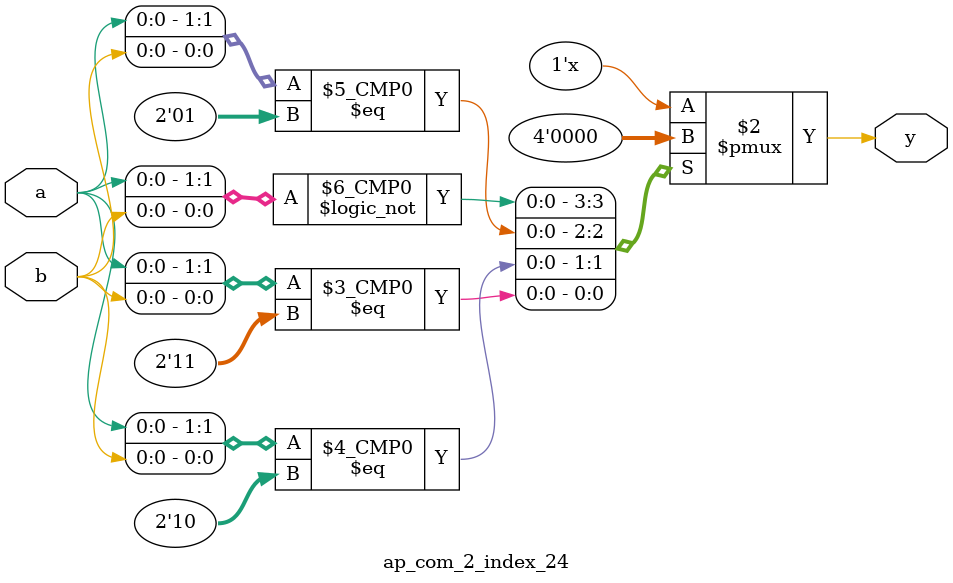
<source format=v>
module ap_com_4_index_0(
	input wire a,
	input wire b,
	input wire c,
	input wire d,
	output reg y
);

always @(*) begin
	case({a, b, c, d})
		4'b0000: y = 0;
		4'b0001: y = 0;
		4'b0010: y = 1;
		4'b0011: y = 0;
		4'b0100: y = 1;
		4'b0101: y = 1;
		4'b0110: y = 0;
		4'b0111: y = 1;
		4'b1000: y = 1;
		4'b1001: y = 1;
		4'b1010: y = 0;
		4'b1011: y = 1;
		4'b1100: y = 1;
		4'b1101: y = 1;
		4'b1110: y = 0;
		4'b1111: y = 1;
		default:;
	endcase
end

endmodule


module ap_com_4_index_1(
	input wire a,
	input wire b,
	input wire c,
	input wire d,
	output reg y
);

always @(*) begin
	case({a, b, c, d})
		4'b0000: y = 0;
		4'b0001: y = 1;
		4'b0010: y = 0;
		4'b0011: y = 1;
		4'b0100: y = 0;
		4'b0101: y = 1;
		4'b0110: y = 0;
		4'b0111: y = 0;
		4'b1000: y = 0;
		4'b1001: y = 1;
		4'b1010: y = 0;
		4'b1011: y = 1;
		4'b1100: y = 0;
		4'b1101: y = 1;
		4'b1110: y = 0;
		4'b1111: y = 1;
		default:;
	endcase
end

endmodule


module ap_com_2_index_2(
	input wire a,
	input wire b,
	output reg y
);

always @(*) begin
	case({a, b})
		2'b00: y = 1;
		2'b01: y = 1;
		2'b10: y = 1;
		2'b11: y = 1;
		default:;
	endcase
end

endmodule


module ap_com_3_index_3(
	input wire a,
	input wire b,
	input wire c,
	output reg y
);

always @(*) begin
	case({a, b, c})
		3'b000: y = 1;
		3'b001: y = 1;
		3'b010: y = 1;
		3'b011: y = 0;
		3'b100: y = 1;
		3'b101: y = 1;
		3'b110: y = 1;
		3'b111: y = 0;
		default:;
	endcase
end

endmodule


module ap_com_4_index_4(
	input wire a,
	input wire b,
	input wire c,
	input wire d,
	output reg y
);

always @(*) begin
	case({a, b, c, d})
		4'b0000: y = 1;
		4'b0001: y = 1;
		4'b0010: y = 1;
		4'b0011: y = 0;
		4'b0100: y = 0;
		4'b0101: y = 0;
		4'b0110: y = 1;
		4'b0111: y = 1;
		4'b1000: y = 1;
		4'b1001: y = 1;
		4'b1010: y = 1;
		4'b1011: y = 1;
		4'b1100: y = 0;
		4'b1101: y = 1;
		4'b1110: y = 0;
		4'b1111: y = 1;
		default:;
	endcase
end

endmodule


module ap_com_4_index_5(
	input wire a,
	input wire b,
	input wire c,
	input wire d,
	output reg y
);

always @(*) begin
	case({a, b, c, d})
		4'b0000: y = 1;
		4'b0001: y = 1;
		4'b0010: y = 1;
		4'b0011: y = 1;
		4'b0100: y = 1;
		4'b0101: y = 1;
		4'b0110: y = 1;
		4'b0111: y = 1;
		4'b1000: y = 0;
		4'b1001: y = 1;
		4'b1010: y = 1;
		4'b1011: y = 1;
		4'b1100: y = 0;
		4'b1101: y = 0;
		4'b1110: y = 0;
		4'b1111: y = 0;
		default:;
	endcase
end

endmodule


module ap_com_2_index_6(
	input wire a,
	input wire b,
	output reg y
);

always @(*) begin
	case({a, b})
		2'b00: y = 0;
		2'b01: y = 0;
		2'b10: y = 1;
		2'b11: y = 0;
		default:;
	endcase
end

endmodule


module ap_com_4_index_7(
	input wire a,
	input wire b,
	input wire c,
	input wire d,
	output reg y
);

always @(*) begin
	case({a, b, c, d})
		4'b0000: y = 1;
		4'b0001: y = 1;
		4'b0010: y = 1;
		4'b0011: y = 0;
		4'b0100: y = 1;
		4'b0101: y = 1;
		4'b0110: y = 0;
		4'b0111: y = 0;
		4'b1000: y = 0;
		4'b1001: y = 0;
		4'b1010: y = 0;
		4'b1011: y = 0;
		4'b1100: y = 0;
		4'b1101: y = 0;
		4'b1110: y = 0;
		4'b1111: y = 0;
		default:;
	endcase
end

endmodule


module ap_com_4_index_8(
	input wire a,
	input wire b,
	input wire c,
	input wire d,
	output reg y
);

always @(*) begin
	case({a, b, c, d})
		4'b0000: y = 0;
		4'b0001: y = 1;
		4'b0010: y = 1;
		4'b0011: y = 1;
		4'b0100: y = 0;
		4'b0101: y = 1;
		4'b0110: y = 0;
		4'b0111: y = 1;
		4'b1000: y = 0;
		4'b1001: y = 1;
		4'b1010: y = 0;
		4'b1011: y = 1;
		4'b1100: y = 0;
		4'b1101: y = 1;
		4'b1110: y = 0;
		4'b1111: y = 1;
		default:;
	endcase
end

endmodule


module ap_com_4_index_9(
	input wire a,
	input wire b,
	input wire c,
	input wire d,
	output reg y
);

always @(*) begin
	case({a, b, c, d})
		4'b0000: y = 0;
		4'b0001: y = 1;
		4'b0010: y = 0;
		4'b0011: y = 0;
		4'b0100: y = 0;
		4'b0101: y = 1;
		4'b0110: y = 0;
		4'b0111: y = 0;
		4'b1000: y = 1;
		4'b1001: y = 1;
		4'b1010: y = 1;
		4'b1011: y = 1;
		4'b1100: y = 0;
		4'b1101: y = 0;
		4'b1110: y = 0;
		4'b1111: y = 0;
		default:;
	endcase
end

endmodule


module ap_com_4_index_10(
	input wire a,
	input wire b,
	input wire c,
	input wire d,
	output reg y
);

always @(*) begin
	case({a, b, c, d})
		4'b0000: y = 1;
		4'b0001: y = 1;
		4'b0010: y = 1;
		4'b0011: y = 1;
		4'b0100: y = 1;
		4'b0101: y = 0;
		4'b0110: y = 1;
		4'b0111: y = 1;
		4'b1000: y = 1;
		4'b1001: y = 1;
		4'b1010: y = 1;
		4'b1011: y = 1;
		4'b1100: y = 0;
		4'b1101: y = 0;
		4'b1110: y = 0;
		4'b1111: y = 1;
		default:;
	endcase
end

endmodule


module ap_com_4_index_11(
	input wire a,
	input wire b,
	input wire c,
	input wire d,
	output reg y
);

always @(*) begin
	case({a, b, c, d})
		4'b0000: y = 1;
		4'b0001: y = 0;
		4'b0010: y = 0;
		4'b0011: y = 1;
		4'b0100: y = 0;
		4'b0101: y = 1;
		4'b0110: y = 0;
		4'b0111: y = 1;
		4'b1000: y = 1;
		4'b1001: y = 1;
		4'b1010: y = 0;
		4'b1011: y = 0;
		4'b1100: y = 1;
		4'b1101: y = 1;
		4'b1110: y = 1;
		4'b1111: y = 1;
		default:;
	endcase
end

endmodule


module ap_com_3_index_12(
	input wire a,
	input wire b,
	input wire c,
	output reg y
);

always @(*) begin
	case({a, b, c})
		3'b000: y = 1;
		3'b001: y = 0;
		3'b010: y = 0;
		3'b011: y = 0;
		3'b100: y = 1;
		3'b101: y = 0;
		3'b110: y = 0;
		3'b111: y = 0;
		default:;
	endcase
end

endmodule


module ap_com_4_index_13(
	input wire a,
	input wire b,
	input wire c,
	input wire d,
	output reg y
);

always @(*) begin
	case({a, b, c, d})
		4'b0000: y = 1;
		4'b0001: y = 0;
		4'b0010: y = 1;
		4'b0011: y = 0;
		4'b0100: y = 0;
		4'b0101: y = 0;
		4'b0110: y = 1;
		4'b0111: y = 0;
		4'b1000: y = 0;
		4'b1001: y = 1;
		4'b1010: y = 0;
		4'b1011: y = 0;
		4'b1100: y = 0;
		4'b1101: y = 1;
		4'b1110: y = 1;
		4'b1111: y = 0;
		default:;
	endcase
end

endmodule


module ap_com_2_index_14(
	input wire a,
	input wire b,
	output reg y
);

always @(*) begin
	case({a, b})
		2'b00: y = 1;
		2'b01: y = 1;
		2'b10: y = 1;
		2'b11: y = 1;
		default:;
	endcase
end

endmodule


module ap_com_4_index_15(
	input wire a,
	input wire b,
	input wire c,
	input wire d,
	output reg y
);

always @(*) begin
	case({a, b, c, d})
		4'b0000: y = 0;
		4'b0001: y = 1;
		4'b0010: y = 1;
		4'b0011: y = 1;
		4'b0100: y = 0;
		4'b0101: y = 1;
		4'b0110: y = 1;
		4'b0111: y = 1;
		4'b1000: y = 0;
		4'b1001: y = 1;
		4'b1010: y = 0;
		4'b1011: y = 0;
		4'b1100: y = 0;
		4'b1101: y = 1;
		4'b1110: y = 0;
		4'b1111: y = 1;
		default:;
	endcase
end

endmodule


module ap_com_4_index_16(
	input wire a,
	input wire b,
	input wire c,
	input wire d,
	output reg y
);

always @(*) begin
	case({a, b, c, d})
		4'b0000: y = 1;
		4'b0001: y = 0;
		4'b0010: y = 1;
		4'b0011: y = 0;
		4'b0100: y = 1;
		4'b0101: y = 1;
		4'b0110: y = 1;
		4'b0111: y = 0;
		4'b1000: y = 0;
		4'b1001: y = 1;
		4'b1010: y = 0;
		4'b1011: y = 0;
		4'b1100: y = 0;
		4'b1101: y = 1;
		4'b1110: y = 1;
		4'b1111: y = 1;
		default:;
	endcase
end

endmodule


module ap_com_3_index_17(
	input wire a,
	input wire b,
	input wire c,
	output reg y
);

always @(*) begin
	case({a, b, c})
		3'b000: y = 1;
		3'b001: y = 0;
		3'b010: y = 0;
		3'b011: y = 0;
		3'b100: y = 1;
		3'b101: y = 1;
		3'b110: y = 0;
		3'b111: y = 1;
		default:;
	endcase
end

endmodule


module ap_com_2_index_18(
	input wire a,
	input wire b,
	output reg y
);

always @(*) begin
	case({a, b})
		2'b00: y = 1;
		2'b01: y = 1;
		2'b10: y = 1;
		2'b11: y = 1;
		default:;
	endcase
end

endmodule


module ap_com_3_index_19(
	input wire a,
	input wire b,
	input wire c,
	output reg y
);

always @(*) begin
	case({a, b, c})
		3'b000: y = 0;
		3'b001: y = 0;
		3'b010: y = 0;
		3'b011: y = 0;
		3'b100: y = 1;
		3'b101: y = 1;
		3'b110: y = 1;
		3'b111: y = 1;
		default:;
	endcase
end

endmodule


module ap_com_3_index_20(
	input wire a,
	input wire b,
	input wire c,
	output reg y
);

always @(*) begin
	case({a, b, c})
		3'b000: y = 0;
		3'b001: y = 0;
		3'b010: y = 0;
		3'b011: y = 0;
		3'b100: y = 1;
		3'b101: y = 1;
		3'b110: y = 1;
		3'b111: y = 1;
		default:;
	endcase
end

endmodule


module ap_com_2_index_21(
	input wire a,
	input wire b,
	output reg y
);

always @(*) begin
	case({a, b})
		2'b00: y = 1;
		2'b01: y = 0;
		2'b10: y = 1;
		2'b11: y = 1;
		default:;
	endcase
end

endmodule


module ap_com_2_index_22(
	input wire a,
	input wire b,
	output reg y
);

always @(*) begin
	case({a, b})
		2'b00: y = 1;
		2'b01: y = 1;
		2'b10: y = 0;
		2'b11: y = 0;
		default:;
	endcase
end

endmodule


module ap_com_2_index_23(
	input wire a,
	input wire b,
	output reg y
);

always @(*) begin
	case({a, b})
		2'b00: y = 1;
		2'b01: y = 1;
		2'b10: y = 0;
		2'b11: y = 1;
		default:;
	endcase
end

endmodule


module ap_com_2_index_24(
	input wire a,
	input wire b,
	output reg y
);

always @(*) begin
	case({a, b})
		2'b00: y = 0;
		2'b01: y = 0;
		2'b10: y = 0;
		2'b11: y = 0;
		default:;
	endcase
end

endmodule



</source>
